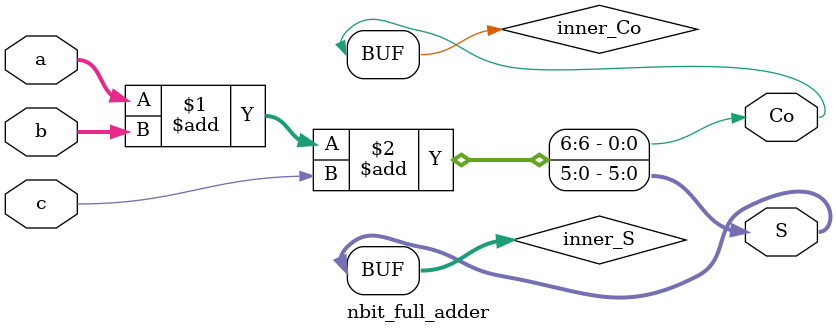
<source format=sv>
`timescale 1ns/1ns

module nbit_full_adder(a, b, c, Co, S);
	parameter n = 6;
	input [n-1:0] a;
	input [n-1:0] b;
	input c;
	output Co;
	output [n-1:0] S;
	wire [n-1:0] inner_S;
	wire inner_Co;
	
	assign {inner_Co,inner_S} = a + b + c;
	assign #(38*n,42*n)S = inner_S;
	assign #(35*n,39*n)Co=inner_Co;
endmodule
</source>
